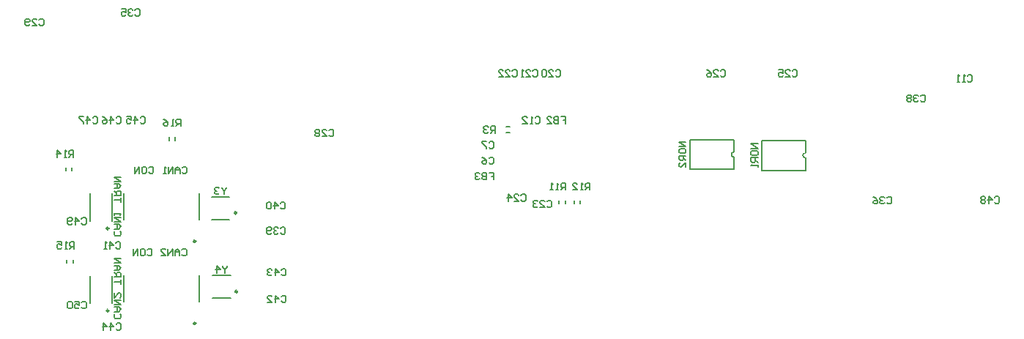
<source format=gbr>
%TF.GenerationSoftware,Altium Limited,Altium Designer,22.1.2 (22)*%
G04 Layer_Color=32896*
%FSLAX45Y45*%
%MOMM*%
%TF.SameCoordinates,3CA235EB-07BA-4011-868A-CA015CDCDCF0*%
%TF.FilePolarity,Positive*%
%TF.FileFunction,Legend,Bot*%
%TF.Part,Single*%
G01*
G75*
%TA.AperFunction,NonConductor*%
%ADD99C,0.25000*%
%ADD100C,0.20000*%
D99*
X2393500Y547500D02*
G03*
X2393500Y547500I-12500J0D01*
G01*
Y1497500D02*
G03*
X2393500Y1497500I-12500J0D01*
G01*
X2875000Y915000D02*
G03*
X2875000Y915000I-12500J0D01*
G01*
X2865000Y1825000D02*
G03*
X2865000Y1825000I-12500J0D01*
G01*
X1387500Y1645000D02*
G03*
X1387500Y1645000I-12500J0D01*
G01*
X1387499Y695000D02*
G03*
X1387499Y695000I-12500J0D01*
G01*
D100*
X9444500Y2521750D02*
G03*
X9444500Y2458250I0J-31750D01*
G01*
X8617500Y2531750D02*
G03*
X8617500Y2468250I0J-31750D01*
G01*
X2437500Y795000D02*
Y1105000D01*
X1562500Y795000D02*
Y1105000D01*
X2437500Y1745000D02*
Y2055000D01*
X1562500Y1745000D02*
Y2055000D01*
X9444500Y2317000D02*
Y2458250D01*
Y2521750D02*
Y2659900D01*
X8936500D02*
X9444500D01*
X8936500Y2317000D02*
Y2659900D01*
Y2317000D02*
X9444500D01*
X2155000Y2660000D02*
Y2700000D01*
X2085000Y2660000D02*
Y2700000D01*
X965000Y2310000D02*
Y2350000D01*
X895000Y2310000D02*
Y2350000D01*
X975000Y1245000D02*
Y1285000D01*
X905000Y1245000D02*
Y1285000D01*
X5980000Y2755000D02*
X6020000D01*
X5980000Y2825000D02*
X6020000D01*
X6595000Y1930000D02*
Y1970000D01*
X6665000Y1930000D02*
Y1970000D01*
X6765000Y1930000D02*
Y1970000D01*
X6835000Y1930000D02*
Y1970000D01*
X2585000Y837500D02*
X2795000D01*
X2585000Y1102500D02*
X2795000D01*
X2575000Y2012500D02*
X2785000D01*
X2575000Y1747500D02*
X2785000D01*
X8109500Y2327000D02*
X8617500D01*
X8109500D02*
Y2669900D01*
X8617500D01*
Y2531750D02*
Y2669900D01*
Y2327000D02*
Y2468250D01*
X1430000Y1732500D02*
Y2047500D01*
X1170000Y1732500D02*
Y2047500D01*
X1430000Y782500D02*
Y1097500D01*
X1169999Y782500D02*
Y1097500D01*
X1073316Y786658D02*
X1086645Y799987D01*
X1113303D01*
X1126632Y786658D01*
Y733342D01*
X1113303Y720013D01*
X1086645D01*
X1073316Y733342D01*
X993342Y799987D02*
X1046658D01*
Y760000D01*
X1020000Y773329D01*
X1006671D01*
X993342Y760000D01*
Y733342D01*
X1006671Y720013D01*
X1033329D01*
X1046658Y733342D01*
X966684Y786658D02*
X953355Y799987D01*
X926697D01*
X913368Y786658D01*
Y733342D01*
X926697Y720013D01*
X953355D01*
X966684Y733342D01*
Y786658D01*
X1073316Y1756658D02*
X1086645Y1769987D01*
X1113303D01*
X1126632Y1756658D01*
Y1703342D01*
X1113303Y1690013D01*
X1086645D01*
X1073316Y1703342D01*
X1006671Y1690013D02*
Y1769987D01*
X1046658Y1730000D01*
X993342D01*
X966684Y1703342D02*
X953355Y1690013D01*
X926697D01*
X913368Y1703342D01*
Y1756658D01*
X926697Y1769987D01*
X953355D01*
X966684Y1756658D01*
Y1743329D01*
X953355Y1730000D01*
X913368D01*
X2233252Y1396658D02*
X2246580Y1409987D01*
X2273239D01*
X2286568Y1396658D01*
Y1343342D01*
X2273239Y1330013D01*
X2246580D01*
X2233252Y1343342D01*
X2206594Y1330013D02*
Y1383329D01*
X2179935Y1409987D01*
X2153277Y1383329D01*
Y1330013D01*
Y1370000D01*
X2206594D01*
X2126619Y1330013D02*
Y1409987D01*
X2073303Y1330013D01*
Y1409987D01*
X1993329Y1330013D02*
X2046645D01*
X1993329Y1383329D01*
Y1396658D01*
X2006658Y1409987D01*
X2033316D01*
X2046645Y1396658D01*
X1833381D02*
X1846710Y1409987D01*
X1873368D01*
X1886697Y1396658D01*
Y1343342D01*
X1873368Y1330013D01*
X1846710D01*
X1833381Y1343342D01*
X1766735Y1409987D02*
X1793393D01*
X1806723Y1396658D01*
Y1343342D01*
X1793393Y1330013D01*
X1766735D01*
X1753406Y1343342D01*
Y1396658D01*
X1766735Y1409987D01*
X1726748Y1330013D02*
Y1409987D01*
X1673432Y1330013D01*
Y1409987D01*
X11628316Y2001658D02*
X11641645Y2014987D01*
X11668303D01*
X11681632Y2001658D01*
Y1948342D01*
X11668303Y1935013D01*
X11641645D01*
X11628316Y1948342D01*
X11561671Y1935013D02*
Y2014987D01*
X11601658Y1975000D01*
X11548342D01*
X11521684Y2001658D02*
X11508355Y2014987D01*
X11481697D01*
X11468368Y2001658D01*
Y1988329D01*
X11481697Y1975000D01*
X11468368Y1961671D01*
Y1948342D01*
X11481697Y1935013D01*
X11508355D01*
X11521684Y1948342D01*
Y1961671D01*
X11508355Y1975000D01*
X11521684Y1988329D01*
Y2001658D01*
X11508355Y1975000D02*
X11481697D01*
X2219968Y2830013D02*
Y2909987D01*
X2179981D01*
X2166652Y2896658D01*
Y2870000D01*
X2179981Y2856671D01*
X2219968D01*
X2193310D02*
X2166652Y2830013D01*
X2139994D02*
X2113336D01*
X2126665D01*
Y2909987D01*
X2139994Y2896658D01*
X2020032Y2909987D02*
X2046690Y2896658D01*
X2073348Y2870000D01*
Y2843342D01*
X2060019Y2830013D01*
X2033361D01*
X2020032Y2843342D01*
Y2856671D01*
X2033361Y2870000D01*
X2073348D01*
X1203316Y2926658D02*
X1216645Y2939987D01*
X1243303D01*
X1256632Y2926658D01*
Y2873342D01*
X1243303Y2860013D01*
X1216645D01*
X1203316Y2873342D01*
X1136671Y2860013D02*
Y2939987D01*
X1176658Y2900000D01*
X1123342D01*
X1096684Y2939987D02*
X1043368D01*
Y2926658D01*
X1096684Y2873342D01*
Y2860013D01*
X1473316Y2926658D02*
X1486645Y2939987D01*
X1513303D01*
X1526632Y2926658D01*
Y2873342D01*
X1513303Y2860013D01*
X1486645D01*
X1473316Y2873342D01*
X1406671Y2860013D02*
Y2939987D01*
X1446658Y2900000D01*
X1393342D01*
X1313368Y2939987D02*
X1340026Y2926658D01*
X1366684Y2900000D01*
Y2873342D01*
X1353355Y2860013D01*
X1326697D01*
X1313368Y2873342D01*
Y2886671D01*
X1326697Y2900000D01*
X1366684D01*
X1753316Y2926658D02*
X1766645Y2939987D01*
X1793303D01*
X1806632Y2926658D01*
Y2873342D01*
X1793303Y2860013D01*
X1766645D01*
X1753316Y2873342D01*
X1686671Y2860013D02*
Y2939987D01*
X1726658Y2900000D01*
X1673342D01*
X1593368Y2939987D02*
X1646684D01*
Y2900000D01*
X1620026Y2913329D01*
X1606697D01*
X1593368Y2900000D01*
Y2873342D01*
X1606697Y2860013D01*
X1633355D01*
X1646684Y2873342D01*
X2746645Y2119987D02*
Y2106658D01*
X2719987Y2080000D01*
X2693329Y2106658D01*
Y2119987D01*
X2719987Y2080000D02*
Y2040013D01*
X2666671Y2106658D02*
X2653342Y2119987D01*
X2626684D01*
X2613355Y2106658D01*
Y2093329D01*
X2626684Y2080000D01*
X2640013D01*
X2626684D01*
X2613355Y2066671D01*
Y2053342D01*
X2626684Y2040013D01*
X2653342D01*
X2666671Y2053342D01*
X2756645Y1209987D02*
Y1196658D01*
X2729987Y1170000D01*
X2703329Y1196658D01*
Y1209987D01*
X2729987Y1170000D02*
Y1130013D01*
X2636684D02*
Y1209987D01*
X2676671Y1170000D01*
X2623355D01*
X979968Y2470013D02*
Y2549987D01*
X939981D01*
X926652Y2536658D01*
Y2510000D01*
X939981Y2496671D01*
X979968D01*
X953310D02*
X926652Y2470013D01*
X899994D02*
X873336D01*
X886664D01*
Y2549987D01*
X899994Y2536658D01*
X793361Y2470013D02*
Y2549987D01*
X833348Y2510000D01*
X780032D01*
X1516658Y1613426D02*
X1529987Y1600097D01*
Y1573439D01*
X1516658Y1560110D01*
X1463342D01*
X1450013Y1573439D01*
Y1600097D01*
X1463342Y1613426D01*
X1450013Y1640084D02*
X1503329D01*
X1529987Y1666742D01*
X1503329Y1693400D01*
X1450013D01*
X1490000D01*
Y1640084D01*
X1450013Y1720058D02*
X1529987D01*
X1450013Y1773374D01*
X1529987D01*
X1450013Y1800032D02*
Y1826690D01*
Y1813361D01*
X1529987D01*
X1516658Y1800032D01*
X1529987Y1946652D02*
Y1999968D01*
Y1973310D01*
X1450013D01*
Y2026626D02*
X1529987D01*
Y2066613D01*
X1516658Y2079942D01*
X1490000D01*
X1476671Y2066613D01*
Y2026626D01*
Y2053284D02*
X1450013Y2079942D01*
Y2106600D02*
X1503329D01*
X1529987Y2133258D01*
X1503329Y2159916D01*
X1450013D01*
X1490000D01*
Y2106600D01*
X1450013Y2186574D02*
X1529987D01*
X1450013Y2239890D01*
X1529987D01*
X1470412Y1476658D02*
X1483741Y1489987D01*
X1510399D01*
X1523728Y1476658D01*
Y1423342D01*
X1510399Y1410013D01*
X1483741D01*
X1470412Y1423342D01*
X1403767Y1410013D02*
Y1489987D01*
X1443754Y1450000D01*
X1390438D01*
X1363780Y1410013D02*
X1337122D01*
X1350451D01*
Y1489987D01*
X1363780Y1476658D01*
X3373316Y1936658D02*
X3386645Y1949987D01*
X3413303D01*
X3426632Y1936658D01*
Y1883342D01*
X3413303Y1870013D01*
X3386645D01*
X3373316Y1883342D01*
X3306671Y1870013D02*
Y1949987D01*
X3346658Y1910000D01*
X3293342D01*
X3266684Y1936658D02*
X3253355Y1949987D01*
X3226697D01*
X3213368Y1936658D01*
Y1883342D01*
X3226697Y1870013D01*
X3253355D01*
X3266684Y1883342D01*
Y1936658D01*
X3375391Y1646658D02*
X3388720Y1659987D01*
X3415378D01*
X3428707Y1646658D01*
Y1593342D01*
X3415378Y1580013D01*
X3388720D01*
X3375391Y1593342D01*
X3348733Y1646658D02*
X3335404Y1659987D01*
X3308746D01*
X3295417Y1646658D01*
Y1633329D01*
X3308746Y1620000D01*
X3322075D01*
X3308746D01*
X3295417Y1606671D01*
Y1593342D01*
X3308746Y1580013D01*
X3335404D01*
X3348733Y1593342D01*
X3268759D02*
X3255430Y1580013D01*
X3228772D01*
X3215443Y1593342D01*
Y1646658D01*
X3228772Y1659987D01*
X3255430D01*
X3268759Y1646658D01*
Y1633329D01*
X3255430Y1620000D01*
X3215443D01*
X989968Y1410013D02*
Y1489987D01*
X949981D01*
X936652Y1476658D01*
Y1450000D01*
X949981Y1436671D01*
X989968D01*
X963310D02*
X936652Y1410013D01*
X909994D02*
X883336D01*
X896664D01*
Y1489987D01*
X909994Y1476658D01*
X790032Y1489987D02*
X843348D01*
Y1450000D01*
X816690Y1463329D01*
X803361D01*
X790032Y1450000D01*
Y1423342D01*
X803361Y1410013D01*
X830019D01*
X843348Y1423342D01*
X6666639Y2090013D02*
Y2169987D01*
X6626651D01*
X6613323Y2156658D01*
Y2130000D01*
X6626651Y2116671D01*
X6666639D01*
X6639981D02*
X6613323Y2090013D01*
X6586664D02*
X6560006D01*
X6573335D01*
Y2169987D01*
X6586664Y2156658D01*
X6520019Y2090013D02*
X6493361D01*
X6506690D01*
Y2169987D01*
X6520019Y2156658D01*
X6949968Y2090013D02*
Y2169987D01*
X6909981D01*
X6896652Y2156658D01*
Y2130000D01*
X6909981Y2116671D01*
X6949968D01*
X6923310D02*
X6896652Y2090013D01*
X6869994D02*
X6843336D01*
X6856664D01*
Y2169987D01*
X6869994Y2156658D01*
X6750032Y2090013D02*
X6803348D01*
X6750032Y2143329D01*
Y2156658D01*
X6763361Y2169987D01*
X6790019D01*
X6803348Y2156658D01*
X5856645Y2750013D02*
Y2829987D01*
X5816658D01*
X5803329Y2816658D01*
Y2790000D01*
X5816658Y2776671D01*
X5856645D01*
X5829987D02*
X5803329Y2750013D01*
X5776671Y2816658D02*
X5763342Y2829987D01*
X5736684D01*
X5723355Y2816658D01*
Y2803329D01*
X5736684Y2790000D01*
X5750013D01*
X5736684D01*
X5723355Y2776671D01*
Y2763342D01*
X5736684Y2750013D01*
X5763342D01*
X5776671Y2763342D01*
X8059987Y2646619D02*
X7980013D01*
X8059987Y2593303D01*
X7980013D01*
Y2526658D02*
Y2553316D01*
X7993342Y2566645D01*
X8046658D01*
X8059987Y2553316D01*
Y2526658D01*
X8046658Y2513329D01*
X7993342D01*
X7980013Y2526658D01*
X8059987Y2486671D02*
X7980013D01*
Y2446684D01*
X7993342Y2433355D01*
X8020000D01*
X8033329Y2446684D01*
Y2486671D01*
Y2460013D02*
X8059987Y2433355D01*
Y2353381D02*
Y2406697D01*
X8006671Y2353381D01*
X7993342D01*
X7980013Y2366710D01*
Y2393368D01*
X7993342Y2406697D01*
X8890987Y2623290D02*
X8811013D01*
X8890987Y2569974D01*
X8811013D01*
Y2503329D02*
Y2529987D01*
X8824342Y2543316D01*
X8877658D01*
X8890987Y2529987D01*
Y2503329D01*
X8877658Y2490000D01*
X8824342D01*
X8811013Y2503329D01*
X8890987Y2463342D02*
X8811013D01*
Y2423355D01*
X8824342Y2410026D01*
X8851000D01*
X8864329Y2423355D01*
Y2463342D01*
Y2436684D02*
X8890987Y2410026D01*
Y2383368D02*
Y2356710D01*
Y2370039D01*
X8811013D01*
X8824342Y2383368D01*
X5783316Y2289987D02*
X5836632D01*
Y2250000D01*
X5809974D01*
X5836632D01*
Y2210013D01*
X5756658Y2289987D02*
Y2210013D01*
X5716671D01*
X5703342Y2223342D01*
Y2236671D01*
X5716671Y2250000D01*
X5756658D01*
X5716671D01*
X5703342Y2263329D01*
Y2276658D01*
X5716671Y2289987D01*
X5756658D01*
X5676684Y2276658D02*
X5663355Y2289987D01*
X5636697D01*
X5623368Y2276658D01*
Y2263329D01*
X5636697Y2250000D01*
X5650026D01*
X5636697D01*
X5623368Y2236671D01*
Y2223342D01*
X5636697Y2210013D01*
X5663355D01*
X5676684Y2223342D01*
X6613316Y2939987D02*
X6666632D01*
Y2900000D01*
X6639974D01*
X6666632D01*
Y2860013D01*
X6586658Y2939987D02*
Y2860013D01*
X6546671D01*
X6533342Y2873342D01*
Y2886671D01*
X6546671Y2900000D01*
X6586658D01*
X6546671D01*
X6533342Y2913329D01*
Y2926658D01*
X6546671Y2939987D01*
X6586658D01*
X6453368Y2860013D02*
X6506684D01*
X6453368Y2913329D01*
Y2926658D01*
X6466697Y2939987D01*
X6493355D01*
X6506684Y2926658D01*
X1516658Y656761D02*
X1529987Y643432D01*
Y616774D01*
X1516658Y603445D01*
X1463342D01*
X1450013Y616774D01*
Y643432D01*
X1463342Y656761D01*
X1450013Y683419D02*
X1503329D01*
X1529987Y710077D01*
X1503329Y736735D01*
X1450013D01*
X1490000D01*
Y683419D01*
X1450013Y763393D02*
X1529987D01*
X1450013Y816709D01*
X1529987D01*
X1450013Y896683D02*
Y843367D01*
X1503329Y896683D01*
X1516658D01*
X1529987Y883355D01*
Y856697D01*
X1516658Y843367D01*
X1529987Y1003316D02*
Y1056632D01*
Y1029974D01*
X1450013D01*
Y1083290D02*
X1529987D01*
Y1123277D01*
X1516658Y1136606D01*
X1490000D01*
X1476671Y1123277D01*
Y1083290D01*
Y1109948D02*
X1450013Y1136606D01*
Y1163264D02*
X1503329D01*
X1529987Y1189922D01*
X1503329Y1216580D01*
X1450013D01*
X1490000D01*
Y1163264D01*
X1450013Y1243238D02*
X1529987D01*
X1450013Y1296554D01*
X1529987D01*
X2236587Y2346658D02*
X2249916Y2359987D01*
X2276574D01*
X2289903Y2346658D01*
Y2293342D01*
X2276574Y2280013D01*
X2249916D01*
X2236587Y2293342D01*
X2209929Y2280013D02*
Y2333329D01*
X2183271Y2359987D01*
X2156613Y2333329D01*
Y2280013D01*
Y2320000D01*
X2209929D01*
X2129955Y2280013D02*
Y2359987D01*
X2076639Y2280013D01*
Y2359987D01*
X2049981Y2280013D02*
X2023323D01*
X2036652D01*
Y2359987D01*
X2049981Y2346658D01*
X1850045D02*
X1863374Y2359987D01*
X1890032D01*
X1903361Y2346658D01*
Y2293342D01*
X1890032Y2280013D01*
X1863374D01*
X1850045Y2293342D01*
X1783400Y2359987D02*
X1810058D01*
X1823387Y2346658D01*
Y2293342D01*
X1810058Y2280013D01*
X1783400D01*
X1770071Y2293342D01*
Y2346658D01*
X1783400Y2359987D01*
X1743413Y2280013D02*
Y2359987D01*
X1690097Y2280013D01*
Y2359987D01*
X1473316Y536658D02*
X1486645Y549987D01*
X1513303D01*
X1526632Y536658D01*
Y483342D01*
X1513303Y470013D01*
X1486645D01*
X1473316Y483342D01*
X1406671Y470013D02*
Y549987D01*
X1446658Y510000D01*
X1393342D01*
X1326697Y470013D02*
Y549987D01*
X1366684Y510000D01*
X1313368D01*
X3383316Y1166658D02*
X3396645Y1179987D01*
X3423303D01*
X3436632Y1166658D01*
Y1113342D01*
X3423303Y1100013D01*
X3396645D01*
X3383316Y1113342D01*
X3316671Y1100013D02*
Y1179987D01*
X3356658Y1140000D01*
X3303342D01*
X3276684Y1166658D02*
X3263355Y1179987D01*
X3236697D01*
X3223368Y1166658D01*
Y1153329D01*
X3236697Y1140000D01*
X3250026D01*
X3236697D01*
X3223368Y1126671D01*
Y1113342D01*
X3236697Y1100013D01*
X3263355D01*
X3276684Y1113342D01*
X3383316Y856658D02*
X3396645Y869987D01*
X3423303D01*
X3436632Y856658D01*
Y803342D01*
X3423303Y790013D01*
X3396645D01*
X3383316Y803342D01*
X3316671Y790013D02*
Y869987D01*
X3356658Y830000D01*
X3303342D01*
X3223368Y790013D02*
X3276684D01*
X3223368Y843329D01*
Y856658D01*
X3236697Y869987D01*
X3263355D01*
X3276684Y856658D01*
X10773316Y3176658D02*
X10786645Y3189987D01*
X10813303D01*
X10826632Y3176658D01*
Y3123342D01*
X10813303Y3110013D01*
X10786645D01*
X10773316Y3123342D01*
X10746658Y3176658D02*
X10733329Y3189987D01*
X10706671D01*
X10693342Y3176658D01*
Y3163329D01*
X10706671Y3150000D01*
X10720000D01*
X10706671D01*
X10693342Y3136671D01*
Y3123342D01*
X10706671Y3110013D01*
X10733329D01*
X10746658Y3123342D01*
X10666684Y3176658D02*
X10653355Y3189987D01*
X10626697D01*
X10613368Y3176658D01*
Y3163329D01*
X10626697Y3150000D01*
X10613368Y3136671D01*
Y3123342D01*
X10626697Y3110013D01*
X10653355D01*
X10666684Y3123342D01*
Y3136671D01*
X10653355Y3150000D01*
X10666684Y3163329D01*
Y3176658D01*
X10653355Y3150000D02*
X10626697D01*
X10383316Y1996658D02*
X10396645Y2009987D01*
X10423303D01*
X10436632Y1996658D01*
Y1943342D01*
X10423303Y1930013D01*
X10396645D01*
X10383316Y1943342D01*
X10356658Y1996658D02*
X10343329Y2009987D01*
X10316671D01*
X10303342Y1996658D01*
Y1983329D01*
X10316671Y1970000D01*
X10330000D01*
X10316671D01*
X10303342Y1956671D01*
Y1943342D01*
X10316671Y1930013D01*
X10343329D01*
X10356658Y1943342D01*
X10223368Y2009987D02*
X10250026Y1996658D01*
X10276684Y1970000D01*
Y1943342D01*
X10263355Y1930013D01*
X10236697D01*
X10223368Y1943342D01*
Y1956671D01*
X10236697Y1970000D01*
X10276684D01*
X1693316Y4168584D02*
X1706645Y4181913D01*
X1733303D01*
X1746632Y4168584D01*
Y4115268D01*
X1733303Y4101938D01*
X1706645D01*
X1693316Y4115268D01*
X1666658Y4168584D02*
X1653329Y4181913D01*
X1626671D01*
X1613342Y4168584D01*
Y4155255D01*
X1626671Y4141926D01*
X1640000D01*
X1626671D01*
X1613342Y4128597D01*
Y4115268D01*
X1626671Y4101938D01*
X1653329D01*
X1666658Y4115268D01*
X1533368Y4181913D02*
X1586684D01*
Y4141926D01*
X1560026Y4155255D01*
X1546696D01*
X1533368Y4141926D01*
Y4115268D01*
X1546696Y4101938D01*
X1573354D01*
X1586684Y4115268D01*
X583316Y4056658D02*
X596645Y4069987D01*
X623303D01*
X636632Y4056658D01*
Y4003342D01*
X623303Y3990013D01*
X596645D01*
X583316Y4003342D01*
X503342Y3990013D02*
X556658D01*
X503342Y4043329D01*
Y4056658D01*
X516671Y4069987D01*
X543329D01*
X556658Y4056658D01*
X476684Y4003342D02*
X463355Y3990013D01*
X436697D01*
X423368Y4003342D01*
Y4056658D01*
X436697Y4069987D01*
X463355D01*
X476684Y4056658D01*
Y4043329D01*
X463355Y4030000D01*
X423368D01*
X3933316Y2776658D02*
X3946645Y2789987D01*
X3973303D01*
X3986632Y2776658D01*
Y2723342D01*
X3973303Y2710013D01*
X3946645D01*
X3933316Y2723342D01*
X3853342Y2710013D02*
X3906658D01*
X3853342Y2763329D01*
Y2776658D01*
X3866671Y2789987D01*
X3893329D01*
X3906658Y2776658D01*
X3826684D02*
X3813355Y2789987D01*
X3786697D01*
X3773368Y2776658D01*
Y2763329D01*
X3786697Y2750000D01*
X3773368Y2736671D01*
Y2723342D01*
X3786697Y2710013D01*
X3813355D01*
X3826684Y2723342D01*
Y2736671D01*
X3813355Y2750000D01*
X3826684Y2763329D01*
Y2776658D01*
X3813355Y2750000D02*
X3786697D01*
X8459872Y3465084D02*
X8473201Y3478413D01*
X8499859D01*
X8513188Y3465084D01*
Y3411768D01*
X8499859Y3398438D01*
X8473201D01*
X8459872Y3411768D01*
X8379898Y3398438D02*
X8433214D01*
X8379898Y3451755D01*
Y3465084D01*
X8393227Y3478413D01*
X8419885D01*
X8433214Y3465084D01*
X8299923Y3478413D02*
X8326582Y3465084D01*
X8353240Y3438426D01*
Y3411768D01*
X8339910Y3398438D01*
X8313252D01*
X8299923Y3411768D01*
Y3425097D01*
X8313252Y3438426D01*
X8353240D01*
X9289872Y3465084D02*
X9303201Y3478413D01*
X9329859D01*
X9343188Y3465084D01*
Y3411768D01*
X9329859Y3398438D01*
X9303201D01*
X9289872Y3411768D01*
X9209898Y3398438D02*
X9263214D01*
X9209898Y3451755D01*
Y3465084D01*
X9223227Y3478413D01*
X9249885D01*
X9263214Y3465084D01*
X9129924Y3478413D02*
X9183240D01*
Y3438426D01*
X9156582Y3451755D01*
X9143252D01*
X9129924Y3438426D01*
Y3411768D01*
X9143252Y3398438D01*
X9169911D01*
X9183240Y3411768D01*
X6153316Y2026658D02*
X6166645Y2039987D01*
X6193303D01*
X6206632Y2026658D01*
Y1973342D01*
X6193303Y1960013D01*
X6166645D01*
X6153316Y1973342D01*
X6073342Y1960013D02*
X6126658D01*
X6073342Y2013329D01*
Y2026658D01*
X6086671Y2039987D01*
X6113329D01*
X6126658Y2026658D01*
X6006697Y1960013D02*
Y2039987D01*
X6046684Y2000000D01*
X5993368D01*
X6453316Y1956658D02*
X6466645Y1969987D01*
X6493303D01*
X6506632Y1956658D01*
Y1903342D01*
X6493303Y1890013D01*
X6466645D01*
X6453316Y1903342D01*
X6373342Y1890013D02*
X6426658D01*
X6373342Y1943329D01*
Y1956658D01*
X6386671Y1969987D01*
X6413329D01*
X6426658Y1956658D01*
X6346684D02*
X6333355Y1969987D01*
X6306697D01*
X6293368Y1956658D01*
Y1943329D01*
X6306697Y1930000D01*
X6320026D01*
X6306697D01*
X6293368Y1916671D01*
Y1903342D01*
X6306697Y1890013D01*
X6333355D01*
X6346684Y1903342D01*
X6053316Y3466658D02*
X6066645Y3479987D01*
X6093303D01*
X6106632Y3466658D01*
Y3413342D01*
X6093303Y3400013D01*
X6066645D01*
X6053316Y3413342D01*
X5973342Y3400013D02*
X6026658D01*
X5973342Y3453329D01*
Y3466658D01*
X5986671Y3479987D01*
X6013329D01*
X6026658Y3466658D01*
X5893368Y3400013D02*
X5946684D01*
X5893368Y3453329D01*
Y3466658D01*
X5906697Y3479987D01*
X5933355D01*
X5946684Y3466658D01*
X6289987D02*
X6303316Y3479987D01*
X6329974D01*
X6343303Y3466658D01*
Y3413342D01*
X6329974Y3400013D01*
X6303316D01*
X6289987Y3413342D01*
X6210013Y3400013D02*
X6263329D01*
X6210013Y3453329D01*
Y3466658D01*
X6223342Y3479987D01*
X6250000D01*
X6263329Y3466658D01*
X6183355Y3400013D02*
X6156697D01*
X6170026D01*
Y3479987D01*
X6183355Y3466658D01*
X6553316D02*
X6566645Y3479987D01*
X6593303D01*
X6606632Y3466658D01*
Y3413342D01*
X6593303Y3400013D01*
X6566645D01*
X6553316Y3413342D01*
X6473342Y3400013D02*
X6526658D01*
X6473342Y3453329D01*
Y3466658D01*
X6486671Y3479987D01*
X6513329D01*
X6526658Y3466658D01*
X6446684D02*
X6433355Y3479987D01*
X6406697D01*
X6393368Y3466658D01*
Y3413342D01*
X6406697Y3400013D01*
X6433355D01*
X6446684Y3413342D01*
Y3466658D01*
X6316652Y2926658D02*
X6329980Y2939987D01*
X6356639D01*
X6369968Y2926658D01*
Y2873342D01*
X6356639Y2860013D01*
X6329980D01*
X6316652Y2873342D01*
X6289994Y2860013D02*
X6263335D01*
X6276664D01*
Y2939987D01*
X6289994Y2926658D01*
X6170032Y2860013D02*
X6223348D01*
X6170032Y2913329D01*
Y2926658D01*
X6183361Y2939987D01*
X6210019D01*
X6223348Y2926658D01*
X11313323Y3406658D02*
X11326651Y3419987D01*
X11353310D01*
X11366639Y3406658D01*
Y3353342D01*
X11353310Y3340013D01*
X11326651D01*
X11313323Y3353342D01*
X11286664Y3340013D02*
X11260006D01*
X11273335D01*
Y3419987D01*
X11286664Y3406658D01*
X11220019Y3340013D02*
X11193361D01*
X11206690D01*
Y3419987D01*
X11220019Y3406658D01*
X5783329Y2636658D02*
X5796658Y2649987D01*
X5823316D01*
X5836645Y2636658D01*
Y2583342D01*
X5823316Y2570013D01*
X5796658D01*
X5783329Y2583342D01*
X5756671Y2649987D02*
X5703355D01*
Y2636658D01*
X5756671Y2583342D01*
Y2570013D01*
X5783329Y2456658D02*
X5796658Y2469987D01*
X5823316D01*
X5836645Y2456658D01*
Y2403342D01*
X5823316Y2390013D01*
X5796658D01*
X5783329Y2403342D01*
X5703355Y2469987D02*
X5730013Y2456658D01*
X5756671Y2430000D01*
Y2403342D01*
X5743342Y2390013D01*
X5716684D01*
X5703355Y2403342D01*
Y2416671D01*
X5716684Y2430000D01*
X5756671D01*
%TF.MD5,5d944d67a550a535cc21f03b4c7af483*%
M02*

</source>
